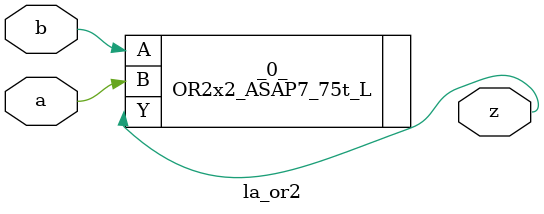
<source format=v>

/* Generated by Yosys 0.37 (git sha1 a5c7f69ed, clang 14.0.0-1ubuntu1.1 -fPIC -Os) */

module la_or2(a, b, z);
  input a;
  wire a;
  input b;
  wire b;
  output z;
  wire z;
  OR2x2_ASAP7_75t_L _0_ (
    .A(b),
    .B(a),
    .Y(z)
  );
endmodule

</source>
